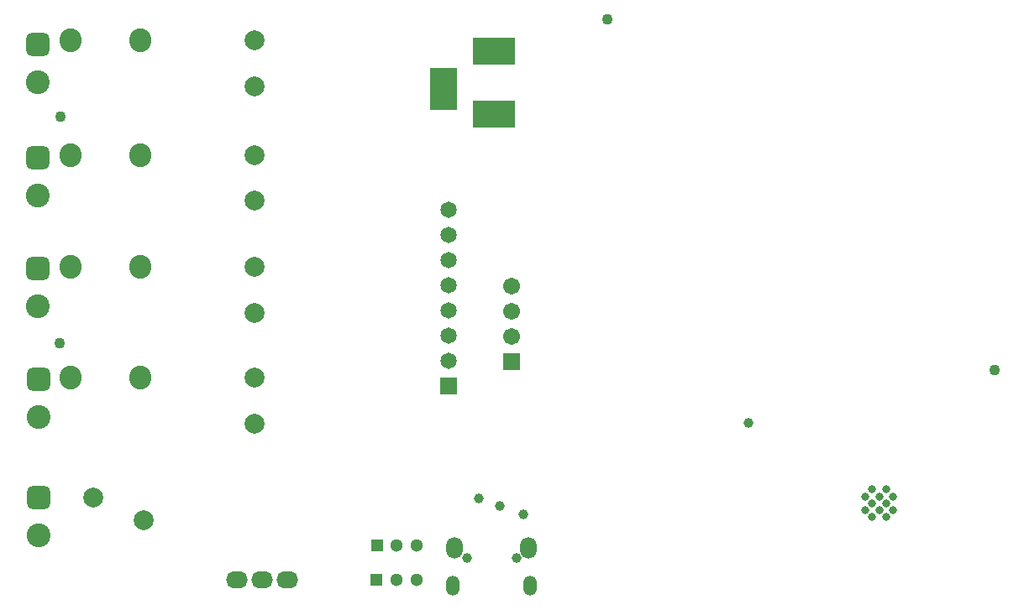
<source format=gbs>
G04*
G04 #@! TF.GenerationSoftware,Altium Limited,Altium Designer,23.6.0 (18)*
G04*
G04 Layer_Color=16711935*
%FSTAX44Y44*%
%MOMM*%
G71*
G04*
G04 #@! TF.SameCoordinates,7A204BF5-4CC6-4CC0-A9E4-A723DCFD74C1*
G04*
G04*
G04 #@! TF.FilePolarity,Negative*
G04*
G01*
G75*
%ADD52C,1.7032*%
%ADD73C,0.8032*%
%ADD74R,1.6510X1.6510*%
%ADD75C,1.6510*%
%ADD76C,2.0032*%
%ADD77C,1.1000*%
%ADD78C,1.3000*%
%ADD79R,1.3000X1.3000*%
%ADD80C,1.0032*%
%ADD81O,1.3532X2.0032*%
%ADD82O,1.6532X2.2032*%
%ADD83R,2.7432X4.2672*%
%ADD84R,4.2672X2.7432*%
%ADD85O,2.2032X2.4032*%
%ADD86C,2.4032*%
G04:AMPARAMS|DCode=87|XSize=2.4032mm|YSize=2.4032mm|CornerRadius=0.6516mm|HoleSize=0mm|Usage=FLASHONLY|Rotation=270.000|XOffset=0mm|YOffset=0mm|HoleType=Round|Shape=RoundedRectangle|*
%AMROUNDEDRECTD87*
21,1,2.4032,1.1000,0,0,270.0*
21,1,1.1000,2.4032,0,0,270.0*
1,1,1.3032,-0.5500,-0.5500*
1,1,1.3032,-0.5500,0.5500*
1,1,1.3032,0.5500,0.5500*
1,1,1.3032,0.5500,-0.5500*
%
%ADD87ROUNDEDRECTD87*%
%ADD88R,1.7032X1.7032*%
%ADD89O,2.2032X1.7032*%
D52*
X00499872Y0027051D02*
D03*
Y0029591D02*
D03*
Y0032131D02*
D03*
D73*
X008636Y00116646D02*
D03*
X0087757D02*
D03*
X00870966Y00109504D02*
D03*
X008636Y00102646D02*
D03*
X00856742Y0010925D02*
D03*
Y0009525D02*
D03*
X00870966Y00095504D02*
D03*
X0087757Y00088646D02*
D03*
X008636D02*
D03*
X00884682Y00095504D02*
D03*
X0087757Y00102646D02*
D03*
X00884682Y00109504D02*
D03*
D74*
X0043688Y00220472D02*
D03*
D75*
Y00245872D02*
D03*
Y00271272D02*
D03*
Y00296672D02*
D03*
Y00322072D02*
D03*
Y00347472D02*
D03*
Y00372872D02*
D03*
Y00398272D02*
D03*
D76*
X00078486Y00108203D02*
D03*
X00129286Y00085343D02*
D03*
X00240836Y00569314D02*
D03*
Y00523314D02*
D03*
Y00453744D02*
D03*
Y00407744D02*
D03*
Y00340714D02*
D03*
Y00294714D02*
D03*
Y00228954D02*
D03*
Y00182954D02*
D03*
D77*
X00044958Y00263652D02*
D03*
X00045212Y00492252D02*
D03*
X0098679Y00236728D02*
D03*
X00596646Y0059055D02*
D03*
D78*
X00404114Y000254D02*
D03*
X00384114D02*
D03*
X00404368Y00059944D02*
D03*
X00384368D02*
D03*
D79*
X00364114Y000254D02*
D03*
X00364368Y00059944D02*
D03*
D80*
X00504952Y0004699D02*
D03*
X00454952D02*
D03*
X00738981Y00183547D02*
D03*
X00512318Y00090932D02*
D03*
X00487934Y00100076D02*
D03*
X00466952Y00107088D02*
D03*
D81*
X00518702Y0001949D02*
D03*
X00441202D02*
D03*
D82*
X00517202Y0005749D02*
D03*
X00442702D02*
D03*
D83*
X00431546Y00520954D02*
D03*
D84*
X00482346Y00559054D02*
D03*
Y00495554D02*
D03*
D85*
X00125836Y00569314D02*
D03*
X00055836D02*
D03*
X00125836Y00453744D02*
D03*
X00055836D02*
D03*
X00125836Y00340714D02*
D03*
X00055836D02*
D03*
X00125836Y00228954D02*
D03*
X00055836D02*
D03*
D86*
X00023586Y00070103D02*
D03*
X00022316Y00527303D02*
D03*
Y00413003D02*
D03*
Y00301243D02*
D03*
X00023876Y00189738D02*
D03*
D87*
X00023586Y00108203D02*
D03*
X00022316Y00565403D02*
D03*
Y00451103D02*
D03*
Y00339343D02*
D03*
X00023876Y00227838D02*
D03*
D88*
X00499872Y0024511D02*
D03*
D89*
X0022348Y000254D02*
D03*
X0024888D02*
D03*
X0027428D02*
D03*
M02*

</source>
